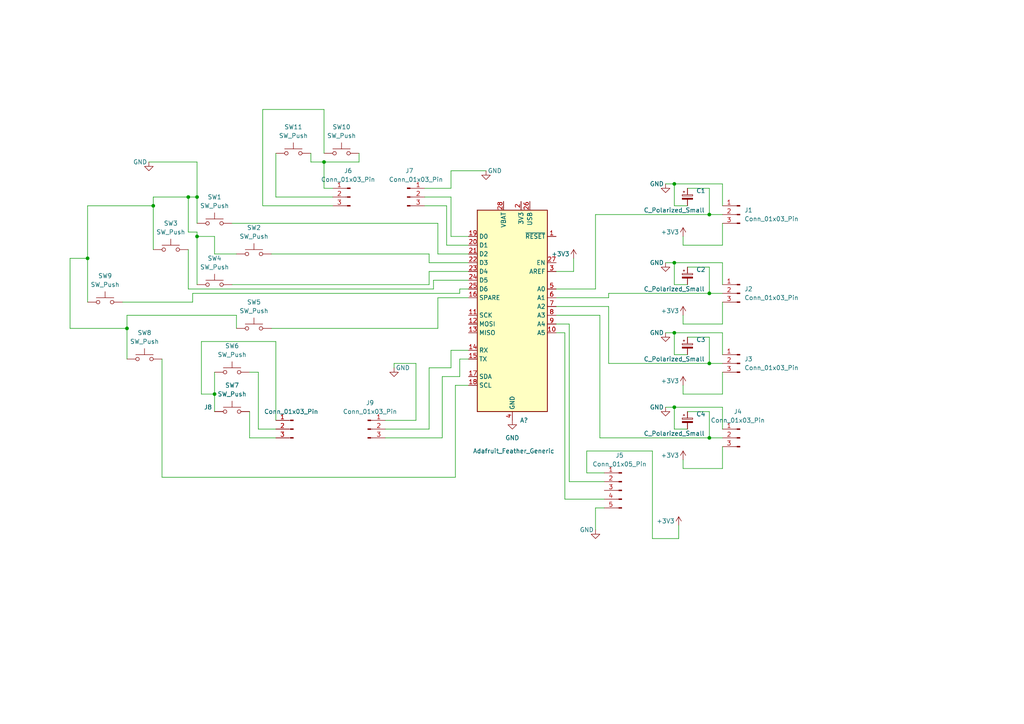
<source format=kicad_sch>
(kicad_sch (version 20230121) (generator eeschema)
  (paper "A4")
  (lib_symbols
    (symbol "Connector:Conn_01x03_Pin" (pin_names (offset 1.016) hide)
      (property "Reference" "J" (at 0 5.08 0))
      (property "Value" "Conn_01x03_Pin" (at 0 -5.08 0))
      (symbol "Conn_01x03_Pin_1_1"
        (polyline (pts (xy 1.27 -2.54) (xy 0.8636 -2.54)) (stroke (width 0.1524)))
        (polyline (pts (xy 1.27 0) (xy 0.8636 0)) (stroke (width 0.1524)))
        (polyline (pts (xy 1.27 2.54) (xy 0.8636 2.54)) (stroke (width 0.1524)))
        (rectangle (start 0.8636 -2.413) (end 0 -2.667) (stroke (width 0.1524)) (fill (type outline)))
        (rectangle (start 0.8636 0.127) (end 0 -0.127) (stroke (width 0.1524)) (fill (type outline)))
        (rectangle (start 0.8636 2.667) (end 0 2.413) (stroke (width 0.1524)) (fill (type outline)))
        (pin passive line (at 5.08 2.54 180) (length 3.81) (name "Pin_1") (number "1"))
        (pin passive line (at 5.08 0 180) (length 3.81) (name "Pin_2") (number "2"))
        (pin passive line (at 5.08 -2.54 180) (length 3.81) (name "Pin_3") (number "3"))
      )
    )
    (symbol "Connector:Conn_01x05_Pin" (pin_names (offset 1.016) hide)
      (property "Reference" "J" (at 0 7.62 0))
      (property "Value" "Conn_01x05_Pin" (at 0 -7.62 0))
      (symbol "Conn_01x05_Pin_1_1"
        (polyline (pts (xy 1.27 -5.08) (xy 0.8636 -5.08)) (stroke (width 0.1524)))
        (polyline (pts (xy 1.27 -2.54) (xy 0.8636 -2.54)) (stroke (width 0.1524)))
        (polyline (pts (xy 1.27 0) (xy 0.8636 0)) (stroke (width 0.1524)))
        (polyline (pts (xy 1.27 2.54) (xy 0.8636 2.54)) (stroke (width 0.1524)))
        (polyline (pts (xy 1.27 5.08) (xy 0.8636 5.08)) (stroke (width 0.1524)))
        (rectangle (start 0.8636 -4.953) (end 0 -5.207) (stroke (width 0.1524)) (fill (type outline)))
        (rectangle (start 0.8636 -2.413) (end 0 -2.667) (stroke (width 0.1524)) (fill (type outline)))
        (rectangle (start 0.8636 0.127) (end 0 -0.127) (stroke (width 0.1524)) (fill (type outline)))
        (rectangle (start 0.8636 2.667) (end 0 2.413) (stroke (width 0.1524)) (fill (type outline)))
        (rectangle (start 0.8636 5.207) (end 0 4.953) (stroke (width 0.1524)) (fill (type outline)))
        (pin passive line (at 5.08 5.08 180) (length 3.81) (name "Pin_1") (number "1"))
        (pin passive line (at 5.08 2.54 180) (length 3.81) (name "Pin_2") (number "2"))
        (pin passive line (at 5.08 0 180) (length 3.81) (name "Pin_3") (number "3"))
        (pin passive line (at 5.08 -2.54 180) (length 3.81) (name "Pin_4") (number "4"))
        (pin passive line (at 5.08 -5.08 180) (length 3.81) (name "Pin_5") (number "5"))
      )
    )
    (symbol "Device:C_Polarized_Small" (pin_numbers hide) (pin_names (offset 0.254) hide)
      (property "Reference" "C" (at 0.254 1.778 0))
      (property "Value" "C_Polarized_Small" (at 0.254 -2.032 0))
      (symbol "C_Polarized_Small_0_1"
        (rectangle (start -1.524 -0.3048) (end 1.524 -0.6858) (fill (type outline)))
        (rectangle (start -1.524 0.6858) (end 1.524 0.3048))
        (polyline (pts (xy -1.27 1.524) (xy -0.762 1.524)))
        (polyline (pts (xy -1.016 1.27) (xy -1.016 1.778)))
      )
      (symbol "C_Polarized_Small_1_1"
        (pin passive line (at 0 2.54 270) (length 1.8542) (name "~") (number "1"))
        (pin passive line (at 0 -2.54 90) (length 1.8542) (name "~") (number "2"))
      )
    )
    (symbol "MCU_Module:Adafruit_Feather_Generic"
      (property "Reference" "A" (at -10.16 29.21 0))
      (property "Value" "Adafruit_Feather_Generic" (at 2.54 -31.75 0))
      (symbol "Adafruit_Feather_Generic_0_1"
        (rectangle (start -10.16 27.94) (end 10.16 -30.48) (stroke (width 0.254)) (fill (type background)))
      )
      (symbol "Adafruit_Feather_Generic_1_1"
        (pin input line (at 12.7 20.32 180) (length 2.54) (name "~{RESET}") (number "1"))
        (pin bidirectional line (at 12.7 -7.62 180) (length 2.54) (name "A5") (number "10"))
        (pin bidirectional line (at -12.7 -2.54 0) (length 2.54) (name "SCK") (number "11"))
        (pin bidirectional line (at -12.7 -5.08 0) (length 2.54) (name "MOSI") (number "12"))
        (pin bidirectional line (at -12.7 -7.62 0) (length 2.54) (name "MISO") (number "13"))
        (pin bidirectional line (at -12.7 -12.7 0) (length 2.54) (name "RX") (number "14"))
        (pin bidirectional line (at -12.7 -15.24 0) (length 2.54) (name "TX") (number "15"))
        (pin bidirectional line (at -12.7 2.54 0) (length 2.54) (name "SPARE") (number "16"))
        (pin bidirectional line (at -12.7 -20.32 0) (length 2.54) (name "SDA") (number "17"))
        (pin bidirectional line (at -12.7 -22.86 0) (length 2.54) (name "SCL") (number "18"))
        (pin bidirectional line (at -12.7 20.32 0) (length 2.54) (name "D0") (number "19"))
        (pin power_in line (at 2.54 30.48 270) (length 2.54) (name "3V3") (number "2"))
        (pin bidirectional line (at -12.7 17.78 0) (length 2.54) (name "D1") (number "20"))
        (pin bidirectional line (at -12.7 15.24 0) (length 2.54) (name "D2") (number "21"))
        (pin bidirectional line (at -12.7 12.7 0) (length 2.54) (name "D3") (number "22"))
        (pin bidirectional line (at -12.7 10.16 0) (length 2.54) (name "D4") (number "23"))
        (pin bidirectional line (at -12.7 7.62 0) (length 2.54) (name "D5") (number "24"))
        (pin bidirectional line (at -12.7 5.08 0) (length 2.54) (name "D6") (number "25"))
        (pin power_in line (at 5.08 30.48 270) (length 2.54) (name "USB") (number "26"))
        (pin input line (at 12.7 12.7 180) (length 2.54) (name "EN") (number "27"))
        (pin power_in line (at -2.54 30.48 270) (length 2.54) (name "VBAT") (number "28"))
        (pin input line (at 12.7 10.16 180) (length 2.54) (name "AREF") (number "3"))
        (pin power_in line (at 0 -33.02 90) (length 2.54) (name "GND") (number "4"))
        (pin bidirectional line (at 12.7 5.08 180) (length 2.54) (name "A0") (number "5"))
        (pin bidirectional line (at 12.7 2.54 180) (length 2.54) (name "A1") (number "6"))
        (pin bidirectional line (at 12.7 0 180) (length 2.54) (name "A2") (number "7"))
        (pin bidirectional line (at 12.7 -2.54 180) (length 2.54) (name "A3") (number "8"))
        (pin bidirectional line (at 12.7 -5.08 180) (length 2.54) (name "A4") (number "9"))
      )
    )
    (symbol "Switch:SW_Push" (pin_numbers hide) (pin_names (offset 1.016) hide)
      (property "Reference" "SW" (at 1.27 2.54 0))
      (property "Value" "SW_Push" (at 0 -1.524 0))
      (symbol "SW_Push_0_1"
        (circle (center -2.032 0) (radius 0.508))
        (polyline (pts (xy 0 1.27) (xy 0 3.048)))
        (polyline (pts (xy 2.54 1.27) (xy -2.54 1.27)))
        (circle (center 2.032 0) (radius 0.508))
        (pin passive line (at -5.08 0 0) (length 2.54) (name "1") (number "1"))
        (pin passive line (at 5.08 0 180) (length 2.54) (name "2") (number "2"))
      )
    )
    (symbol "power:+3V3" (power) (pin_names (offset 0))
      (property "Value" "+3V3" (at 0 3.556 0))
      (symbol "+3V3_0_1"
        (polyline (pts (xy -0.762 1.27) (xy 0 2.54)))
        (polyline (pts (xy 0 0) (xy 0 2.54)))
        (polyline (pts (xy 0 2.54) (xy 0.762 1.27)))
      )
      (symbol "+3V3_1_1"
        (pin power_in line (at 0 0 90) (length 0) hide (name "+3V3") (number "1"))
      )
    )
    (symbol "power:GND" (power) (pin_names (offset 0))
      (property "Value" "GND" (at 0 -3.81 0))
      (symbol "GND_0_1"
        (polyline (pts (xy 0 0) (xy 0 -1.27) (xy 1.27 -1.27) (xy 0 -2.54) (xy -1.27 -1.27) (xy 0 -1.27)))
      )
      (symbol "GND_1_1"
        (pin power_in line (at 0 0 270) (length 0) hide (name "GND") (number "1"))
      )
    )
  )
  (junction (at 205.74 127))
  (junction (at 44.45 59.69))
  (junction (at 195.58 53.34))
  (junction (at 57.15 68.58))
  (junction (at 54.61 57.15))
  (junction (at 195.58 96.52))
  (junction (at 205.74 105.41))
  (junction (at 205.74 85.09))
  (junction (at 195.58 76.2))
  (junction (at 25.4 74.93))
  (junction (at 62.23 114.3))
  (junction (at 205.74 62.23))
  (junction (at 57.15 57.15))
  (junction (at 93.98 46.99))
  (junction (at 195.58 118.11))
  (junction (at 36.83 95.25))
  (wire (pts (xy 195.58 96.52) (xy 195.58 102.87)))
  (wire (pts (xy 36.83 95.25) (xy 36.83 104.14)))
  (wire (pts (xy 176.53 85.09) (xy 176.53 86.36)))
  (wire (pts (xy 80.01 44.45) (xy 80.01 57.15)))
  (wire (pts (xy 123.19 59.69) (xy 129.54 59.69)))
  (wire (pts (xy 54.61 67.31) (xy 54.61 57.15)))
  (wire (pts (xy 176.53 105.41) (xy 205.74 105.41)))
  (wire (pts (xy 124.46 106.68) (xy 124.46 124.46)))
  (wire (pts (xy 163.83 96.52) (xy 161.29 96.52)))
  (wire (pts (xy 36.83 95.25) (xy 20.32 95.25)))
  (wire (pts (xy 93.98 44.45) (xy 93.98 31.75)))
  (wire (pts (xy 209.55 71.12) (xy 209.55 64.77)))
  (wire (pts (xy 67.31 64.77) (xy 127 64.77)))
  (wire (pts (xy 209.55 127) (xy 205.74 127)))
  (wire (pts (xy 127 86.36) (xy 135.89 86.36)))
  (wire (pts (xy 20.32 95.25) (xy 20.32 74.93)))
  (wire (pts (xy 128.27 109.22) (xy 128.27 127)))
  (wire (pts (xy 205.74 54.61) (xy 205.74 62.23)))
  (wire (pts (xy 209.55 135.89) (xy 209.55 129.54)))
  (wire (pts (xy 209.55 93.98) (xy 209.55 87.63)))
  (wire (pts (xy 74.93 107.95) (xy 74.93 124.46)))
  (wire (pts (xy 130.81 68.58) (xy 135.89 68.58)))
  (wire (pts (xy 25.4 74.93) (xy 25.4 59.69)))
  (wire (pts (xy 57.15 68.58) (xy 57.15 67.31)))
  (wire (pts (xy 209.55 82.55) (xy 209.55 76.2)))
  (wire (pts (xy 166.37 78.74) (xy 166.37 74.93)))
  (wire (pts (xy 128.27 109.22) (xy 133.35 109.22)))
  (wire (pts (xy 175.26 144.78) (xy 163.83 144.78)))
  (wire (pts (xy 80.01 99.06) (xy 58.42 99.06)))
  (wire (pts (xy 172.72 83.82) (xy 161.29 83.82)))
  (wire (pts (xy 124.46 82.55) (xy 124.46 78.74)))
  (wire (pts (xy 125.73 83.82) (xy 125.73 81.28)))
  (wire (pts (xy 57.15 46.99) (xy 43.18 46.99)))
  (wire (pts (xy 205.74 119.38) (xy 205.74 127)))
  (wire (pts (xy 67.31 82.55) (xy 124.46 82.55)))
  (wire (pts (xy 209.55 59.69) (xy 209.55 53.34)))
  (wire (pts (xy 25.4 87.63) (xy 25.4 74.93)))
  (wire (pts (xy 55.88 87.63) (xy 55.88 85.09)))
  (wire (pts (xy 161.29 78.74) (xy 166.37 78.74)))
  (wire (pts (xy 176.53 105.41) (xy 176.53 88.9)))
  (wire (pts (xy 54.61 72.39) (xy 54.61 83.82)))
  (wire (pts (xy 114.3 105.41) (xy 114.3 106.68)))
  (wire (pts (xy 93.98 46.99) (xy 93.98 54.61)))
  (wire (pts (xy 132.08 138.43) (xy 132.08 111.76)))
  (wire (pts (xy 176.53 88.9) (xy 161.29 88.9)))
  (wire (pts (xy 120.65 105.41) (xy 114.3 105.41)))
  (wire (pts (xy 36.83 91.44) (xy 36.83 95.25)))
  (wire (pts (xy 195.58 124.46) (xy 199.39 124.46)))
  (wire (pts (xy 195.58 59.69) (xy 199.39 59.69)))
  (wire (pts (xy 172.72 147.32) (xy 172.72 153.67)))
  (wire (pts (xy 175.26 147.32) (xy 172.72 147.32)))
  (wire (pts (xy 58.42 114.3) (xy 62.23 114.3)))
  (wire (pts (xy 193.04 96.52) (xy 195.58 96.52)))
  (wire (pts (xy 195.58 96.52) (xy 209.55 96.52)))
  (wire (pts (xy 127 95.25) (xy 127 86.36)))
  (wire (pts (xy 76.2 31.75) (xy 76.2 59.69)))
  (wire (pts (xy 54.61 83.82) (xy 125.73 83.82)))
  (wire (pts (xy 205.74 97.79) (xy 205.74 105.41)))
  (wire (pts (xy 199.39 77.47) (xy 205.74 77.47)))
  (wire (pts (xy 189.23 130.81) (xy 189.23 156.21)))
  (wire (pts (xy 198.12 71.12) (xy 209.55 71.12)))
  (wire (pts (xy 93.98 54.61) (xy 96.52 54.61)))
  (wire (pts (xy 199.39 54.61) (xy 205.74 54.61)))
  (wire (pts (xy 124.46 76.2) (xy 135.89 76.2)))
  (wire (pts (xy 173.99 127) (xy 173.99 91.44)))
  (wire (pts (xy 123.19 54.61) (xy 130.81 54.61)))
  (wire (pts (xy 172.72 62.23) (xy 172.72 83.82)))
  (wire (pts (xy 130.81 49.53) (xy 140.97 49.53)))
  (wire (pts (xy 199.39 119.38) (xy 205.74 119.38)))
  (wire (pts (xy 62.23 119.38) (xy 62.23 114.3)))
  (wire (pts (xy 170.18 137.16) (xy 170.18 130.81)))
  (wire (pts (xy 198.12 111.76) (xy 198.12 114.3)))
  (wire (pts (xy 133.35 83.82) (xy 135.89 83.82)))
  (wire (pts (xy 209.55 105.41) (xy 205.74 105.41)))
  (wire (pts (xy 127 64.77) (xy 127 73.66)))
  (wire (pts (xy 196.85 156.21) (xy 196.85 152.4)))
  (wire (pts (xy 209.55 114.3) (xy 209.55 107.95)))
  (wire (pts (xy 130.81 57.15) (xy 123.19 57.15)))
  (wire (pts (xy 36.83 91.44) (xy 68.58 91.44)))
  (wire (pts (xy 55.88 85.09) (xy 133.35 85.09)))
  (wire (pts (xy 72.39 119.38) (xy 72.39 127)))
  (wire (pts (xy 93.98 46.99) (xy 104.14 46.99)))
  (wire (pts (xy 205.74 127) (xy 173.99 127)))
  (wire (pts (xy 198.12 68.58) (xy 198.12 71.12)))
  (wire (pts (xy 133.35 85.09) (xy 133.35 83.82)))
  (wire (pts (xy 72.39 127) (xy 80.01 127)))
  (wire (pts (xy 58.42 99.06) (xy 58.42 114.3)))
  (wire (pts (xy 195.58 76.2) (xy 209.55 76.2)))
  (wire (pts (xy 62.23 68.58) (xy 57.15 68.58)))
  (wire (pts (xy 104.14 46.99) (xy 104.14 44.45)))
  (wire (pts (xy 176.53 86.36) (xy 161.29 86.36)))
  (wire (pts (xy 175.26 139.7) (xy 165.1 139.7)))
  (wire (pts (xy 120.65 105.41) (xy 120.65 121.92)))
  (wire (pts (xy 44.45 59.69) (xy 44.45 57.15)))
  (wire (pts (xy 20.32 74.93) (xy 25.4 74.93)))
  (wire (pts (xy 124.46 73.66) (xy 124.46 76.2)))
  (wire (pts (xy 189.23 156.21) (xy 196.85 156.21)))
  (wire (pts (xy 130.81 101.6) (xy 135.89 101.6)))
  (wire (pts (xy 129.54 71.12) (xy 135.89 71.12)))
  (wire (pts (xy 127 73.66) (xy 135.89 73.66)))
  (wire (pts (xy 193.04 53.34) (xy 195.58 53.34)))
  (wire (pts (xy 199.39 97.79) (xy 205.74 97.79)))
  (wire (pts (xy 76.2 59.69) (xy 96.52 59.69)))
  (wire (pts (xy 195.58 118.11) (xy 209.55 118.11)))
  (wire (pts (xy 80.01 121.92) (xy 80.01 99.06)))
  (wire (pts (xy 35.56 87.63) (xy 55.88 87.63)))
  (wire (pts (xy 46.99 104.14) (xy 46.99 138.43)))
  (wire (pts (xy 165.1 93.98) (xy 161.29 93.98)))
  (wire (pts (xy 124.46 78.74) (xy 135.89 78.74)))
  (wire (pts (xy 172.72 62.23) (xy 205.74 62.23)))
  (wire (pts (xy 72.39 107.95) (xy 74.93 107.95)))
  (wire (pts (xy 198.12 133.35) (xy 198.12 135.89)))
  (wire (pts (xy 195.58 76.2) (xy 195.58 82.55)))
  (wire (pts (xy 209.55 62.23) (xy 205.74 62.23)))
  (wire (pts (xy 62.23 73.66) (xy 62.23 68.58)))
  (wire (pts (xy 209.55 102.87) (xy 209.55 96.52)))
  (wire (pts (xy 193.04 118.11) (xy 195.58 118.11)))
  (wire (pts (xy 57.15 67.31) (xy 54.61 67.31)))
  (wire (pts (xy 175.26 137.16) (xy 170.18 137.16)))
  (wire (pts (xy 193.04 76.2) (xy 195.58 76.2)))
  (wire (pts (xy 80.01 57.15) (xy 96.52 57.15)))
  (wire (pts (xy 124.46 124.46) (xy 111.76 124.46)))
  (wire (pts (xy 90.17 46.99) (xy 93.98 46.99)))
  (wire (pts (xy 133.35 104.14) (xy 135.89 104.14)))
  (wire (pts (xy 130.81 106.68) (xy 124.46 106.68)))
  (wire (pts (xy 44.45 57.15) (xy 54.61 57.15)))
  (wire (pts (xy 198.12 135.89) (xy 209.55 135.89)))
  (wire (pts (xy 93.98 31.75) (xy 76.2 31.75)))
  (wire (pts (xy 195.58 53.34) (xy 195.58 59.69)))
  (wire (pts (xy 198.12 91.44) (xy 198.12 93.98)))
  (wire (pts (xy 130.81 68.58) (xy 130.81 57.15)))
  (wire (pts (xy 78.74 73.66) (xy 124.46 73.66)))
  (wire (pts (xy 165.1 139.7) (xy 165.1 93.98)))
  (wire (pts (xy 195.58 118.11) (xy 195.58 124.46)))
  (wire (pts (xy 129.54 59.69) (xy 129.54 71.12)))
  (wire (pts (xy 57.15 82.55) (xy 57.15 68.58)))
  (wire (pts (xy 125.73 81.28) (xy 135.89 81.28)))
  (wire (pts (xy 198.12 114.3) (xy 209.55 114.3)))
  (wire (pts (xy 54.61 57.15) (xy 57.15 57.15)))
  (wire (pts (xy 209.55 124.46) (xy 209.55 118.11)))
  (wire (pts (xy 209.55 85.09) (xy 205.74 85.09)))
  (wire (pts (xy 161.29 91.44) (xy 173.99 91.44)))
  (wire (pts (xy 130.81 106.68) (xy 130.81 101.6)))
  (wire (pts (xy 57.15 57.15) (xy 57.15 46.99)))
  (wire (pts (xy 68.58 91.44) (xy 68.58 95.25)))
  (wire (pts (xy 78.74 95.25) (xy 127 95.25)))
  (wire (pts (xy 25.4 59.69) (xy 44.45 59.69)))
  (wire (pts (xy 132.08 111.76) (xy 135.89 111.76)))
  (wire (pts (xy 198.12 93.98) (xy 209.55 93.98)))
  (wire (pts (xy 133.35 109.22) (xy 133.35 104.14)))
  (wire (pts (xy 46.99 138.43) (xy 132.08 138.43)))
  (wire (pts (xy 130.81 54.61) (xy 130.81 49.53)))
  (wire (pts (xy 195.58 82.55) (xy 199.39 82.55)))
  (wire (pts (xy 176.53 85.09) (xy 205.74 85.09)))
  (wire (pts (xy 90.17 44.45) (xy 90.17 46.99)))
  (wire (pts (xy 170.18 130.81) (xy 189.23 130.81)))
  (wire (pts (xy 74.93 124.46) (xy 80.01 124.46)))
  (wire (pts (xy 111.76 121.92) (xy 120.65 121.92)))
  (wire (pts (xy 44.45 72.39) (xy 44.45 59.69)))
  (wire (pts (xy 205.74 77.47) (xy 205.74 85.09)))
  (wire (pts (xy 128.27 127) (xy 111.76 127)))
  (wire (pts (xy 57.15 64.77) (xy 57.15 57.15)))
  (wire (pts (xy 62.23 114.3) (xy 62.23 107.95)))
  (wire (pts (xy 68.58 73.66) (xy 62.23 73.66)))
  (wire (pts (xy 163.83 144.78) (xy 163.83 96.52)))
  (wire (pts (xy 195.58 102.87) (xy 199.39 102.87)))
  (wire (pts (xy 195.58 53.34) (xy 209.55 53.34)))
  (symbol (lib_id "power:GND") (at 140.97 49.53 0) (unit 1)
    (property "Reference" "#PWR09" (effects hide))
    (property "Value" "GND" (at 143.51 49.53 0))
  )
  (symbol (lib_id "power:GND") (at 172.72 153.67 0) (unit 1)
    (property "Reference" "#PWR014" (effects hide))
    (property "Value" "GND" (at 170.18 153.67 0))
  )
  (symbol (lib_id "power:GND") (at 148.59 121.92 0) (unit 1)
    (property "Reference" "#PWR01" (effects hide))
    (property "Value" "GND" (at 148.59 127 0))
  )
  (symbol (lib_id "Switch:SW_Push") (at 85.09 44.45 0) (unit 1)
    (property "Reference" "SW11" (at 85.09 36.83 0))
    (property "Value" "SW_Push" (at 85.09 39.37 0))
    (property "Footprint" "Button_Switch_SMD:SW_SPST_SKQG_WithStem" (effects hide))
  )
  (symbol (lib_id "Connector:Conn_01x03_Pin") (at 101.6 57.15 0) (mirror y) (unit 1)
    (property "Reference" "J6" (at 100.965 49.53 0))
    (property "Value" "Conn_01x03_Pin" (at 100.965 52.07 0))
    (property "Footprint" "Connector_PinHeader_1.00mm:PinHeader_1x03_P1.00mm_Vertical" (effects hide))
  )
  (symbol (lib_id "power:+3V3") (at 198.12 133.35 0) (unit 1)
    (property "Reference" "#PWR07" (effects hide))
    (property "Value" "+3V3" (at 194.31 132.08 0))
  )
  (symbol (lib_id "Connector:Conn_01x03_Pin") (at 85.09 124.46 0) (mirror y) (unit 1)
    (property "Reference" "J8" (at 60.325 118.11 0))
    (property "Value" "Conn_01x03_Pin" (at 84.455 119.38 0))
    (property "Footprint" "Connector_PinHeader_1.00mm:PinHeader_1x03_P1.00mm_Vertical" (effects hide))
  )
  (symbol (lib_id "Connector:Conn_01x03_Pin") (at 214.63 85.09 0) (mirror y) (unit 1)
    (property "Reference" "J2" (at 215.9 83.82 0) (effects (justify right)))
    (property "Value" "Conn_01x03_Pin" (at 215.9 86.36 0) (effects (justify right)))
    (property "Footprint" "Connector_PinHeader_1.00mm:PinHeader_1x03_P1.00mm_Vertical" (effects hide))
  )
  (symbol (lib_id "power:GND") (at 193.04 118.11 0) (unit 1)
    (property "Reference" "#PWR05" (effects hide))
    (property "Value" "GND" (at 190.5 118.11 0))
  )
  (symbol (lib_id "power:GND") (at 43.18 46.99 0) (unit 1)
    (property "Reference" "#PWR012" (effects hide))
    (property "Value" "GND" (at 40.64 46.99 0))
  )
  (symbol (lib_id "Device:C_Polarized_Small") (at 199.39 100.33 0) (unit 1)
    (property "Reference" "C3" (at 201.93 98.5139 0) (effects (justify left)))
    (property "Value" "C_Polarized_Small" (at 186.69 104.14 0) (effects (justify left)))
    (property "Footprint" "Capacitor_THT:CP_Radial_D5.0mm_P2.00mm" (effects hide))
  )
  (symbol (lib_id "Device:C_Polarized_Small") (at 199.39 121.92 0) (unit 1)
    (property "Reference" "C4" (at 201.93 120.1039 0) (effects (justify left)))
    (property "Value" "C_Polarized_Small" (at 186.69 125.73 0) (effects (justify left)))
    (property "Footprint" "Capacitor_THT:CP_Radial_D5.0mm_P2.00mm" (effects hide))
  )
  (symbol (lib_id "Switch:SW_Push") (at 73.66 73.66 0) (unit 1)
    (property "Reference" "SW2" (at 73.66 66.04 0))
    (property "Value" "SW_Push" (at 73.66 68.58 0))
    (property "Footprint" "Button_Switch_SMD:SW_SPST_SKQG_WithStem" (effects hide))
  )
  (symbol (lib_id "power:GND") (at 193.04 76.2 0) (unit 1)
    (property "Reference" "#PWR03" (effects hide))
    (property "Value" "GND" (at 190.5 76.2 0))
  )
  (symbol (lib_id "power:GND") (at 114.3 106.68 0) (unit 1)
    (property "Reference" "#PWR015" (effects hide))
    (property "Value" "GND" (at 116.84 106.68 0))
  )
  (symbol (lib_id "Connector:Conn_01x03_Pin") (at 214.63 105.41 0) (mirror y) (unit 1)
    (property "Reference" "J3" (at 215.9 104.14 0) (effects (justify right)))
    (property "Value" "Conn_01x03_Pin" (at 215.9 106.68 0) (effects (justify right)))
    (property "Footprint" "Connector_PinHeader_1.00mm:PinHeader_1x03_P1.00mm_Vertical" (effects hide))
  )
  (symbol (lib_id "power:+3V3") (at 198.12 91.44 0) (unit 1)
    (property "Reference" "#PWR04" (effects hide))
    (property "Value" "+3V3" (at 194.31 90.17 0))
  )
  (symbol (lib_id "Switch:SW_Push") (at 73.66 95.25 0) (unit 1)
    (property "Reference" "SW5" (at 73.66 87.63 0))
    (property "Value" "SW_Push" (at 73.66 90.17 0))
    (property "Footprint" "Button_Switch_SMD:SW_SPST_SKQG_WithStem" (effects hide))
  )
  (symbol (lib_id "power:+3V3") (at 198.12 68.58 0) (unit 1)
    (property "Reference" "#PWR08" (effects hide))
    (property "Value" "+3V3" (at 194.31 67.31 0))
  )
  (symbol (lib_id "Switch:SW_Push") (at 30.48 87.63 0) (unit 1)
    (property "Reference" "SW9" (at 30.48 80.01 0))
    (property "Value" "SW_Push" (at 30.48 82.55 0))
    (property "Footprint" "Button_Switch_SMD:SW_SPST_SKQG_WithStem" (effects hide))
  )
  (symbol (lib_id "Connector:Conn_01x03_Pin") (at 214.63 62.23 0) (mirror y) (unit 1)
    (property "Reference" "J1" (at 215.9 60.96 0) (effects (justify right)))
    (property "Value" "Conn_01x03_Pin" (at 215.9 63.5 0) (effects (justify right)))
    (property "Footprint" "Connector_PinHeader_1.00mm:PinHeader_1x03_P1.00mm_Vertical" (effects hide))
  )
  (symbol (lib_id "Switch:SW_Push") (at 67.31 119.38 0) (unit 1)
    (property "Reference" "SW7" (at 67.31 111.76 0))
    (property "Value" "SW_Push" (at 67.31 114.3 0))
    (property "Footprint" "Button_Switch_SMD:SW_SPST_SKQG_WithStem" (effects hide))
  )
  (symbol (lib_id "Switch:SW_Push") (at 41.91 104.14 0) (unit 1)
    (property "Reference" "SW8" (at 41.91 96.52 0))
    (property "Value" "SW_Push" (at 41.91 99.06 0))
    (property "Footprint" "Button_Switch_SMD:SW_SPST_SKQG_WithStem" (effects hide))
  )
  (symbol (lib_id "Device:C_Polarized_Small") (at 199.39 80.01 0) (unit 1)
    (property "Reference" "C2" (at 201.93 78.1939 0) (effects (justify left)))
    (property "Value" "C_Polarized_Small" (at 186.69 83.82 0) (effects (justify left)))
    (property "Footprint" "Capacitor_THT:CP_Radial_D5.0mm_P2.00mm" (effects hide))
  )
  (symbol (lib_id "Switch:SW_Push") (at 99.06 44.45 0) (unit 1)
    (property "Reference" "SW10" (at 99.06 36.83 0))
    (property "Value" "SW_Push" (at 99.06 39.37 0))
    (property "Footprint" "Button_Switch_SMD:SW_SPST_SKQG_WithStem" (effects hide))
  )
  (symbol (lib_id "Connector:Conn_01x03_Pin") (at 106.68 124.46 0) (unit 1)
    (property "Reference" "J9" (at 107.315 116.84 0))
    (property "Value" "Conn_01x03_Pin" (at 107.315 119.38 0))
    (property "Footprint" "Connector_PinHeader_1.00mm:PinHeader_1x03_P1.00mm_Vertical" (effects hide))
  )
  (symbol (lib_id "Device:C_Polarized_Small") (at 199.39 57.15 0) (unit 1)
    (property "Reference" "C1" (at 201.93 55.3339 0) (effects (justify left)))
    (property "Value" "C_Polarized_Small" (at 186.69 60.96 0) (effects (justify left)))
    (property "Footprint" "Capacitor_THT:CP_Radial_D5.0mm_P2.00mm" (effects hide))
  )
  (symbol (lib_id "Switch:SW_Push") (at 67.31 107.95 0) (unit 1)
    (property "Reference" "SW6" (at 67.31 100.33 0))
    (property "Value" "SW_Push" (at 67.31 102.87 0))
    (property "Footprint" "Button_Switch_SMD:SW_SPST_SKQG_WithStem" (effects hide))
  )
  (symbol (lib_id "MCU_Module:Adafruit_Feather_Generic") (at 148.59 88.9 0) (unit 1)
    (property "Reference" "A?" (at 150.7841 121.92 0) (effects (justify left)))
    (property "Value" "Adafruit_Feather_Generic" (at 137.16 130.81 0) (effects (justify left)))
    (property "Footprint" "Module:Adafruit_Feather" (effects hide))
    (property "Datasheet" "https://cdn-learn.adafruit.com/downloads/pdf/adafruit-feather.pdf" (effects hide))
  )
  (symbol (lib_id "Switch:SW_Push") (at 49.53 72.39 0) (unit 1)
    (property "Reference" "SW3" (at 49.53 64.77 0))
    (property "Value" "SW_Push" (at 49.53 67.31 0))
    (property "Footprint" "Button_Switch_SMD:SW_SPST_SKQG_WithStem" (effects hide))
  )
  (symbol (lib_id "Switch:SW_Push") (at 62.23 64.77 0) (unit 1)
    (property "Reference" "SW1" (at 62.23 57.15 0))
    (property "Value" "SW_Push" (at 62.23 59.69 0))
    (property "Footprint" "Button_Switch_SMD:SW_SPST_SKQG_WithStem" (effects hide))
  )
  (symbol (lib_id "power:+3V3") (at 198.12 111.76 0) (unit 1)
    (property "Reference" "#PWR011" (effects hide))
    (property "Value" "+3V3" (at 194.31 110.49 0))
  )
  (symbol (lib_id "power:GND") (at 193.04 53.34 0) (unit 1)
    (property "Reference" "#PWR06" (effects hide))
    (property "Value" "GND" (at 190.5 53.34 0))
  )
  (symbol (lib_id "power:GND") (at 193.04 96.52 0) (unit 1)
    (property "Reference" "#PWR010" (effects hide))
    (property "Value" "GND" (at 190.5 96.52 0))
  )
  (symbol (lib_id "Switch:SW_Push") (at 62.23 82.55 0) (unit 1)
    (property "Reference" "SW4" (at 62.23 74.93 0))
    (property "Value" "SW_Push" (at 62.23 77.47 0))
    (property "Footprint" "Button_Switch_SMD:SW_SPST_SKQG_WithStem" (effects hide))
  )
  (symbol (lib_id "Connector:Conn_01x05_Pin") (at 180.34 142.24 0) (mirror y) (unit 1)
    (property "Reference" "J5" (at 179.705 132.08 0))
    (property "Value" "Conn_01x05_Pin" (at 179.705 134.62 0))
    (property "Footprint" "Connector_PinHeader_1.00mm:PinHeader_1x05_P1.00mm_Vertical" (effects hide))
  )
  (symbol (lib_id "power:+3V3") (at 166.37 74.93 0) (unit 1)
    (property "Reference" "#PWR02" (effects hide))
    (property "Value" "+3V3" (at 162.56 73.66 0))
  )
  (symbol (lib_id "Connector:Conn_01x03_Pin") (at 214.63 127 0) (mirror y) (unit 1)
    (property "Reference" "J4" (at 213.995 119.38 0))
    (property "Value" "Conn_01x03_Pin" (at 213.995 121.92 0))
    (property "Footprint" "Connector_PinHeader_1.00mm:PinHeader_1x03_P1.00mm_Vertical" (effects hide))
  )
  (symbol (lib_id "Connector:Conn_01x03_Pin") (at 118.11 57.15 0) (unit 1)
    (property "Reference" "J7" (at 118.745 49.53 0))
    (property "Value" "Conn_01x03_Pin" (at 120.65 52.07 0))
    (property "Footprint" "Connector_PinHeader_1.00mm:PinHeader_1x03_P1.00mm_Vertical" (effects hide))
  )
  (symbol (lib_id "power:+3V3") (at 196.85 152.4 0) (unit 1)
    (property "Reference" "#PWR013" (effects hide))
    (property "Value" "+3V3" (at 193.04 151.13 0))
  )
)
</source>
